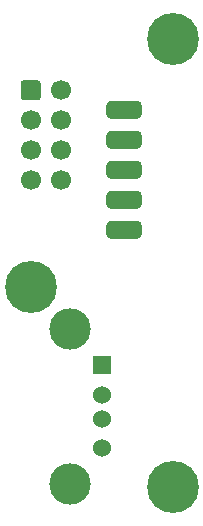
<source format=gbs>
%TF.GenerationSoftware,KiCad,Pcbnew,(5.1.8)-1*%
%TF.CreationDate,2021-04-24T14:29:12+03:00*%
%TF.ProjectId,lcd_pcb,6c63645f-7063-4622-9e6b-696361645f70,rev?*%
%TF.SameCoordinates,Original*%
%TF.FileFunction,Soldermask,Bot*%
%TF.FilePolarity,Negative*%
%FSLAX46Y46*%
G04 Gerber Fmt 4.6, Leading zero omitted, Abs format (unit mm)*
G04 Created by KiCad (PCBNEW (5.1.8)-1) date 2021-04-24 14:29:12*
%MOMM*%
%LPD*%
G01*
G04 APERTURE LIST*
%ADD10C,1.700000*%
%ADD11C,0.700000*%
%ADD12C,4.400000*%
%ADD13C,3.500000*%
%ADD14R,1.524000X1.524000*%
%ADD15C,1.524000*%
G04 APERTURE END LIST*
%TO.C,J4*%
G36*
G01*
X20446000Y-24698000D02*
X20446000Y-23498000D01*
G75*
G02*
X20696000Y-23248000I250000J0D01*
G01*
X21896000Y-23248000D01*
G75*
G02*
X22146000Y-23498000I0J-250000D01*
G01*
X22146000Y-24698000D01*
G75*
G02*
X21896000Y-24948000I-250000J0D01*
G01*
X20696000Y-24948000D01*
G75*
G02*
X20446000Y-24698000I0J250000D01*
G01*
G37*
D10*
X21296000Y-26638000D03*
X21296000Y-29178000D03*
X21296000Y-31718000D03*
X23836000Y-24098000D03*
X23836000Y-26638000D03*
X23836000Y-29178000D03*
X23836000Y-31718000D03*
%TD*%
%TO.C,J3*%
G36*
G01*
X27700000Y-36281000D02*
X27700000Y-35519000D01*
G75*
G02*
X28081000Y-35138000I381000J0D01*
G01*
X30319000Y-35138000D01*
G75*
G02*
X30700000Y-35519000I0J-381000D01*
G01*
X30700000Y-36281000D01*
G75*
G02*
X30319000Y-36662000I-381000J0D01*
G01*
X28081000Y-36662000D01*
G75*
G02*
X27700000Y-36281000I0J381000D01*
G01*
G37*
G36*
G01*
X27700000Y-33741000D02*
X27700000Y-32979000D01*
G75*
G02*
X28081000Y-32598000I381000J0D01*
G01*
X30319000Y-32598000D01*
G75*
G02*
X30700000Y-32979000I0J-381000D01*
G01*
X30700000Y-33741000D01*
G75*
G02*
X30319000Y-34122000I-381000J0D01*
G01*
X28081000Y-34122000D01*
G75*
G02*
X27700000Y-33741000I0J381000D01*
G01*
G37*
G36*
G01*
X27700000Y-31201000D02*
X27700000Y-30439000D01*
G75*
G02*
X28081000Y-30058000I381000J0D01*
G01*
X30319000Y-30058000D01*
G75*
G02*
X30700000Y-30439000I0J-381000D01*
G01*
X30700000Y-31201000D01*
G75*
G02*
X30319000Y-31582000I-381000J0D01*
G01*
X28081000Y-31582000D01*
G75*
G02*
X27700000Y-31201000I0J381000D01*
G01*
G37*
G36*
G01*
X27700000Y-28661000D02*
X27700000Y-27899000D01*
G75*
G02*
X28081000Y-27518000I381000J0D01*
G01*
X30319000Y-27518000D01*
G75*
G02*
X30700000Y-27899000I0J-381000D01*
G01*
X30700000Y-28661000D01*
G75*
G02*
X30319000Y-29042000I-381000J0D01*
G01*
X28081000Y-29042000D01*
G75*
G02*
X27700000Y-28661000I0J381000D01*
G01*
G37*
G36*
G01*
X27700000Y-26121000D02*
X27700000Y-25359000D01*
G75*
G02*
X28081000Y-24978000I381000J0D01*
G01*
X30319000Y-24978000D01*
G75*
G02*
X30700000Y-25359000I0J-381000D01*
G01*
X30700000Y-26121000D01*
G75*
G02*
X30319000Y-26502000I-381000J0D01*
G01*
X28081000Y-26502000D01*
G75*
G02*
X27700000Y-26121000I0J381000D01*
G01*
G37*
%TD*%
D11*
%TO.C,J6*%
X22472725Y-39551274D03*
X21305999Y-39068000D03*
X20139273Y-39551274D03*
X19655999Y-40718000D03*
X20139273Y-41884726D03*
X21305999Y-42368000D03*
X22472725Y-41884726D03*
X22955999Y-40718000D03*
D12*
X21305999Y-40718000D03*
%TD*%
D11*
%TO.C,J5*%
X34472725Y-56551274D03*
X33305999Y-56068000D03*
X32139273Y-56551274D03*
X31655999Y-57718000D03*
X32139273Y-58884726D03*
X33305999Y-59368000D03*
X34472725Y-58884726D03*
X34955999Y-57718000D03*
D12*
X33305999Y-57718000D03*
%TD*%
D11*
%TO.C,J2*%
X34472725Y-18551274D03*
X33305999Y-18068000D03*
X32139273Y-18551274D03*
X31655999Y-19718000D03*
X32139273Y-20884726D03*
X33305999Y-21368000D03*
X34472725Y-20884726D03*
X34955999Y-19718000D03*
D12*
X33305999Y-19718000D03*
%TD*%
D13*
%TO.C,J1*%
X24586000Y-57458000D03*
X24586000Y-44318000D03*
D14*
X27296000Y-47388000D03*
D15*
X27296000Y-49888000D03*
X27296000Y-51888000D03*
X27296000Y-54388000D03*
%TD*%
M02*

</source>
